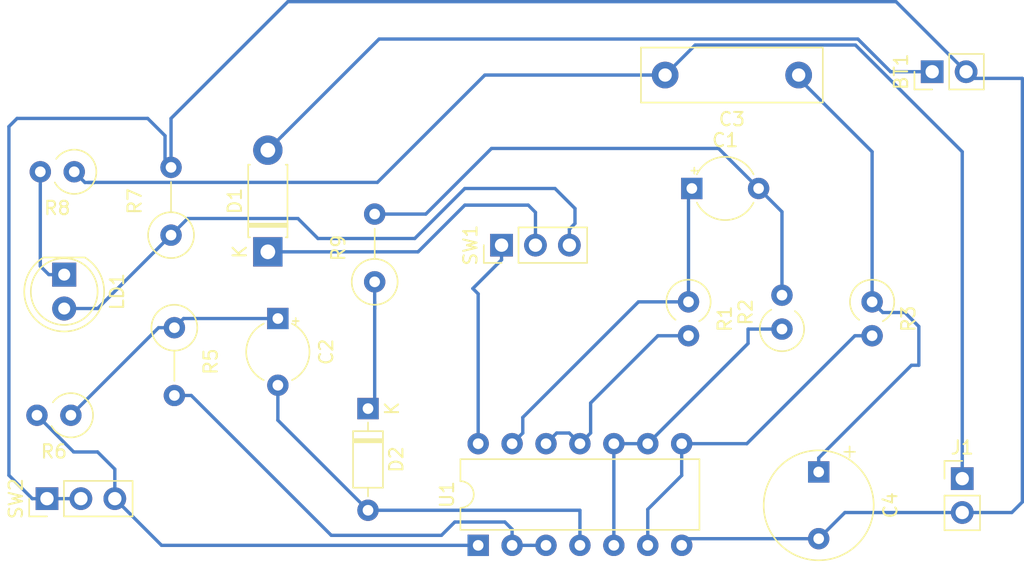
<source format=kicad_pcb>
(kicad_pcb (version 20171130) (host pcbnew "(2018-02-09 revision dba198e)-master")

  (general
    (thickness 1.6)
    (drawings 0)
    (tracks 127)
    (zones 0)
    (modules 20)
    (nets 19)
  )

  (page A4)
  (layers
    (0 F.Cu signal)
    (31 B.Cu signal)
    (32 B.Adhes user)
    (33 F.Adhes user)
    (34 B.Paste user)
    (35 F.Paste user)
    (36 B.SilkS user)
    (37 F.SilkS user)
    (38 B.Mask user)
    (39 F.Mask user)
    (40 Dwgs.User user)
    (41 Cmts.User user)
    (42 Eco1.User user)
    (43 Eco2.User user)
    (44 Edge.Cuts user)
    (45 Margin user)
    (46 B.CrtYd user)
    (47 F.CrtYd user)
    (48 B.Fab user)
    (49 F.Fab user)
  )

  (setup
    (last_trace_width 0.25)
    (trace_clearance 0.2)
    (zone_clearance 0.508)
    (zone_45_only no)
    (trace_min 0.2)
    (segment_width 0.2)
    (edge_width 0.15)
    (via_size 0.8)
    (via_drill 0.4)
    (via_min_size 0.4)
    (via_min_drill 0.3)
    (uvia_size 0.3)
    (uvia_drill 0.1)
    (uvias_allowed no)
    (uvia_min_size 0.2)
    (uvia_min_drill 0.1)
    (pcb_text_width 0.3)
    (pcb_text_size 1.5 1.5)
    (mod_edge_width 0.15)
    (mod_text_size 1 1)
    (mod_text_width 0.15)
    (pad_size 1.524 1.524)
    (pad_drill 0.762)
    (pad_to_mask_clearance 0.2)
    (aux_axis_origin 0 0)
    (visible_elements FFFFEF7F)
    (pcbplotparams
      (layerselection 0x010fc_ffffffff)
      (usegerberextensions false)
      (usegerberattributes false)
      (usegerberadvancedattributes false)
      (creategerberjobfile false)
      (excludeedgelayer true)
      (linewidth 0.100000)
      (plotframeref false)
      (viasonmask false)
      (mode 1)
      (useauxorigin false)
      (hpglpennumber 1)
      (hpglpenspeed 20)
      (hpglpendiameter 15)
      (psnegative false)
      (psa4output false)
      (plotreference true)
      (plotvalue true)
      (plotinvisibletext false)
      (padsonsilk false)
      (subtractmaskfromsilk false)
      (outputformat 1)
      (mirror false)
      (drillshape 0)
      (scaleselection 1)
      (outputdirectory ""))
  )

  (net 0 "")
  (net 1 +9V)
  (net 2 GND)
  (net 3 "Net-(C1-Pad1)")
  (net 4 "Net-(C1-Pad2)")
  (net 5 "Net-(C2-Pad2)")
  (net 6 "Net-(C2-Pad1)")
  (net 7 "Net-(C3-Pad1)")
  (net 8 "Net-(C3-Pad2)")
  (net 9 "Net-(D1-Pad1)")
  (net 10 "Net-(D2-Pad1)")
  (net 11 "Net-(LD1-Pad1)")
  (net 12 "Net-(LD1-Pad2)")
  (net 13 "Net-(R1-Pad2)")
  (net 14 "Net-(R2-Pad1)")
  (net 15 "Net-(R5-Pad2)")
  (net 16 "Net-(R6-Pad2)")
  (net 17 "Net-(SW1-Pad1)")
  (net 18 "Net-(R3-Pad2)")

  (net_class Default "This is the default net class."
    (clearance 0.2)
    (trace_width 0.25)
    (via_dia 0.8)
    (via_drill 0.4)
    (uvia_dia 0.3)
    (uvia_drill 0.1)
    (add_net +9V)
    (add_net GND)
    (add_net "Net-(C1-Pad1)")
    (add_net "Net-(C1-Pad2)")
    (add_net "Net-(C2-Pad1)")
    (add_net "Net-(C2-Pad2)")
    (add_net "Net-(C3-Pad1)")
    (add_net "Net-(C3-Pad2)")
    (add_net "Net-(D1-Pad1)")
    (add_net "Net-(D2-Pad1)")
    (add_net "Net-(LD1-Pad1)")
    (add_net "Net-(LD1-Pad2)")
    (add_net "Net-(R1-Pad2)")
    (add_net "Net-(R2-Pad1)")
    (add_net "Net-(R3-Pad2)")
    (add_net "Net-(R5-Pad2)")
    (add_net "Net-(R6-Pad2)")
    (add_net "Net-(SW1-Pad1)")
  )

  (module Connector_PinHeader_2.54mm:PinHeader_1x02_P2.54mm_Vertical (layer F.Cu) (tedit 59FED5CC) (tstamp 5AA63304)
    (at 149.75 68.5 90)
    (descr "Through hole straight pin header, 1x02, 2.54mm pitch, single row")
    (tags "Through hole pin header THT 1x02 2.54mm single row")
    (path /5A8F4226)
    (fp_text reference BT1 (at 0 -2.33 90) (layer F.SilkS)
      (effects (font (size 1 1) (thickness 0.15)))
    )
    (fp_text value Battery_Cell (at 0 4.87 90) (layer F.Fab)
      (effects (font (size 1 1) (thickness 0.15)))
    )
    (fp_line (start -0.635 -1.27) (end 1.27 -1.27) (layer F.Fab) (width 0.1))
    (fp_line (start 1.27 -1.27) (end 1.27 3.81) (layer F.Fab) (width 0.1))
    (fp_line (start 1.27 3.81) (end -1.27 3.81) (layer F.Fab) (width 0.1))
    (fp_line (start -1.27 3.81) (end -1.27 -0.635) (layer F.Fab) (width 0.1))
    (fp_line (start -1.27 -0.635) (end -0.635 -1.27) (layer F.Fab) (width 0.1))
    (fp_line (start -1.33 3.87) (end 1.33 3.87) (layer F.SilkS) (width 0.12))
    (fp_line (start -1.33 1.27) (end -1.33 3.87) (layer F.SilkS) (width 0.12))
    (fp_line (start 1.33 1.27) (end 1.33 3.87) (layer F.SilkS) (width 0.12))
    (fp_line (start -1.33 1.27) (end 1.33 1.27) (layer F.SilkS) (width 0.12))
    (fp_line (start -1.33 0) (end -1.33 -1.33) (layer F.SilkS) (width 0.12))
    (fp_line (start -1.33 -1.33) (end 0 -1.33) (layer F.SilkS) (width 0.12))
    (fp_line (start -1.8 -1.8) (end -1.8 4.35) (layer F.CrtYd) (width 0.05))
    (fp_line (start -1.8 4.35) (end 1.8 4.35) (layer F.CrtYd) (width 0.05))
    (fp_line (start 1.8 4.35) (end 1.8 -1.8) (layer F.CrtYd) (width 0.05))
    (fp_line (start 1.8 -1.8) (end -1.8 -1.8) (layer F.CrtYd) (width 0.05))
    (fp_text user %R (at 0 1.27 180) (layer F.Fab)
      (effects (font (size 1 1) (thickness 0.15)))
    )
    (pad 1 thru_hole rect (at 0 0 90) (size 1.7 1.7) (drill 1) (layers *.Cu *.Mask)
      (net 1 +9V))
    (pad 2 thru_hole oval (at 0 2.54 90) (size 1.7 1.7) (drill 1) (layers *.Cu *.Mask)
      (net 2 GND))
    (model ${KISYS3DMOD}/Connector_PinHeader_2.54mm.3dshapes/PinHeader_1x02_P2.54mm_Vertical.wrl
      (at (xyz 0 0 0))
      (scale (xyz 1 1 1))
      (rotate (xyz 0 0 0))
    )
  )

  (module Capacitor_THT:CP_Radial_Tantal_D4.5mm_P5.00mm (layer F.Cu) (tedit 5A533290) (tstamp 5AA63313)
    (at 131.75 77.25)
    (descr "CP, Radial_Tantal series, Radial, pin pitch=5.00mm, , diameter=4.5mm, Tantal Electrolytic Capacitor, http://cdn-reichelt.de/documents/datenblatt/B300/TANTAL-TB-Serie%23.pdf")
    (tags "CP Radial_Tantal series Radial pin pitch 5.00mm  diameter 4.5mm Tantal Electrolytic Capacitor")
    (path /5A8F4F3A)
    (fp_text reference C1 (at 2.5 -3.62) (layer F.SilkS)
      (effects (font (size 1 1) (thickness 0.15)))
    )
    (fp_text value C (at 2.5 3.62) (layer F.Fab)
      (effects (font (size 1 1) (thickness 0.15)))
    )
    (fp_arc (start 2.5 0) (end 0.380259 -1.06) (angle 126.864288) (layer F.SilkS) (width 0.12))
    (fp_arc (start 2.5 0) (end 0.380259 1.06) (angle -126.864288) (layer F.SilkS) (width 0.12))
    (fp_circle (center 2.5 0) (end 4.75 0) (layer F.Fab) (width 0.1))
    (fp_circle (center 2.5 0) (end 6.25 0) (layer F.CrtYd) (width 0.05))
    (fp_line (start 0.58192 -0.9775) (end 1.03192 -0.9775) (layer F.Fab) (width 0.1))
    (fp_line (start 0.80692 -1.2025) (end 0.80692 -0.7525) (layer F.Fab) (width 0.1))
    (fp_line (start -0.037288 -1.335) (end 0.412712 -1.335) (layer F.SilkS) (width 0.12))
    (fp_line (start 0.187712 -1.56) (end 0.187712 -1.11) (layer F.SilkS) (width 0.12))
    (fp_text user %R (at 3.434999 -0.0475) (layer F.Fab)
      (effects (font (size 0.9 0.9) (thickness 0.135)))
    )
    (pad 1 thru_hole rect (at 0 0) (size 1.6 1.6) (drill 0.8) (layers *.Cu *.Mask)
      (net 3 "Net-(C1-Pad1)"))
    (pad 2 thru_hole circle (at 5 0) (size 1.6 1.6) (drill 0.8) (layers *.Cu *.Mask)
      (net 4 "Net-(C1-Pad2)"))
    (model ${KISYS3DMOD}/Capacitor_THT.3dshapes/CP_Radial_Tantal_D4.5mm_P5.00mm.wrl
      (at (xyz 0 0 0))
      (scale (xyz 1 1 1))
      (rotate (xyz 0 0 0))
    )
  )

  (module Capacitor_THT:C_Rect_L13.5mm_W4.0mm_P10.00mm_FKS3_FKP3_MKS4 (layer F.Cu) (tedit 5A142A3B) (tstamp 5AA63335)
    (at 139.75 68.75 180)
    (descr "C, Rect series, Radial, pin pitch=10.00mm, length*width=13.5*4mm^2, Capacitor, http://www.wima.com/EN/WIMA_FKS_3.pdf, http://www.wima.com/EN/WIMA_MKS_4.pdf")
    (tags "C Rect series Radial pin pitch 10.00mm  length 13.5mm width 4mm Capacitor")
    (path /5A8F4F74)
    (fp_text reference C3 (at 5 -3.31 180) (layer F.SilkS)
      (effects (font (size 1 1) (thickness 0.15)))
    )
    (fp_text value C (at 5 3.31 180) (layer F.Fab)
      (effects (font (size 1 1) (thickness 0.15)))
    )
    (fp_line (start -1.75 -2) (end -1.75 2) (layer F.Fab) (width 0.1))
    (fp_line (start -1.75 2) (end 11.75 2) (layer F.Fab) (width 0.1))
    (fp_line (start 11.75 2) (end 11.75 -2) (layer F.Fab) (width 0.1))
    (fp_line (start 11.75 -2) (end -1.75 -2) (layer F.Fab) (width 0.1))
    (fp_line (start -1.81 -2.06) (end 11.81 -2.06) (layer F.SilkS) (width 0.12))
    (fp_line (start -1.81 2.06) (end 11.81 2.06) (layer F.SilkS) (width 0.12))
    (fp_line (start -1.81 -2.06) (end -1.81 2.06) (layer F.SilkS) (width 0.12))
    (fp_line (start 11.81 -2.06) (end 11.81 2.06) (layer F.SilkS) (width 0.12))
    (fp_line (start -2.1 -2.35) (end -2.1 2.35) (layer F.CrtYd) (width 0.05))
    (fp_line (start -2.1 2.35) (end 12.1 2.35) (layer F.CrtYd) (width 0.05))
    (fp_line (start 12.1 2.35) (end 12.1 -2.35) (layer F.CrtYd) (width 0.05))
    (fp_line (start 12.1 -2.35) (end -2.1 -2.35) (layer F.CrtYd) (width 0.05))
    (fp_text user %R (at 4.5 0.25 180) (layer F.Fab)
      (effects (font (size 1 1) (thickness 0.15)))
    )
    (pad 1 thru_hole circle (at 0 0 180) (size 2 2) (drill 1) (layers *.Cu *.Mask)
      (net 7 "Net-(C3-Pad1)"))
    (pad 2 thru_hole circle (at 10 0 180) (size 2 2) (drill 1) (layers *.Cu *.Mask)
      (net 8 "Net-(C3-Pad2)"))
    (model ${KISYS3DMOD}/Capacitor_THT.3dshapes/C_Rect_L13.5mm_W4.0mm_P10.00mm_FKS3_FKP3_MKS4.wrl
      (at (xyz 0 0 0))
      (scale (xyz 1 1 1))
      (rotate (xyz 0 0 0))
    )
  )

  (module Capacitor_THT:CP_Radial_Tantal_D8.0mm_P5.00mm (layer F.Cu) (tedit 5A533290) (tstamp 5AC6AE79)
    (at 141.25 98.5 270)
    (descr "CP, Radial_Tantal series, Radial, pin pitch=5.00mm, , diameter=8.0mm, Tantal Electrolytic Capacitor, http://cdn-reichelt.de/documents/datenblatt/B300/TANTAL-TB-Serie%23.pdf")
    (tags "CP Radial_Tantal series Radial pin pitch 5.00mm  diameter 8.0mm Tantal Electrolytic Capacitor")
    (path /5A8F503A)
    (fp_text reference C4 (at 2.5 -5.37 270) (layer F.SilkS)
      (effects (font (size 1 1) (thickness 0.15)))
    )
    (fp_text value C (at 2.5 5.37 270) (layer F.Fab)
      (effects (font (size 1 1) (thickness 0.15)))
    )
    (fp_circle (center 2.5 0) (end 6.5 0) (layer F.Fab) (width 0.1))
    (fp_circle (center 2.5 0) (end 6.62 0) (layer F.SilkS) (width 0.12))
    (fp_circle (center 2.5 0) (end 6.75 0) (layer F.CrtYd) (width 0.05))
    (fp_line (start -0.926759 -1.7475) (end -0.126759 -1.7475) (layer F.Fab) (width 0.1))
    (fp_line (start -0.526759 -2.1475) (end -0.526759 -1.3475) (layer F.Fab) (width 0.1))
    (fp_line (start -1.909698 -2.315) (end -1.109698 -2.315) (layer F.SilkS) (width 0.12))
    (fp_line (start -1.509698 -2.715) (end -1.509698 -1.915) (layer F.SilkS) (width 0.12))
    (fp_text user %R (at 2.5 0 270) (layer F.Fab)
      (effects (font (size 1 1) (thickness 0.15)))
    )
    (pad 1 thru_hole rect (at 0 0 270) (size 1.6 1.6) (drill 0.8) (layers *.Cu *.Mask)
      (net 7 "Net-(C3-Pad1)"))
    (pad 2 thru_hole circle (at 5 0 270) (size 1.6 1.6) (drill 0.8) (layers *.Cu *.Mask)
      (net 2 GND))
    (model ${KISYS3DMOD}/Capacitor_THT.3dshapes/CP_Radial_Tantal_D8.0mm_P5.00mm.wrl
      (at (xyz 0 0 0))
      (scale (xyz 1 1 1))
      (rotate (xyz 0 0 0))
    )
  )

  (module Diode_THT:D_DO-41_SOD81_P7.62mm_Horizontal (layer F.Cu) (tedit 5A195B5A) (tstamp 5AA63362)
    (at 100 82 90)
    (descr "D, DO-41_SOD81 series, Axial, Horizontal, pin pitch=7.62mm, , length*diameter=5.2*2.7mm^2, , http://www.diodes.com/_files/packages/DO-41%20(Plastic).pdf")
    (tags "D DO-41_SOD81 series Axial Horizontal pin pitch 7.62mm  length 5.2mm diameter 2.7mm")
    (path /5A8F493D)
    (fp_text reference D1 (at 3.81 -2.47 90) (layer F.SilkS)
      (effects (font (size 1 1) (thickness 0.15)))
    )
    (fp_text value 1N4001 (at 3.81 2.47 90) (layer F.Fab)
      (effects (font (size 1 1) (thickness 0.15)))
    )
    (fp_line (start 1.21 -1.35) (end 1.21 1.35) (layer F.Fab) (width 0.1))
    (fp_line (start 1.21 1.35) (end 6.41 1.35) (layer F.Fab) (width 0.1))
    (fp_line (start 6.41 1.35) (end 6.41 -1.35) (layer F.Fab) (width 0.1))
    (fp_line (start 6.41 -1.35) (end 1.21 -1.35) (layer F.Fab) (width 0.1))
    (fp_line (start 0 0) (end 1.21 0) (layer F.Fab) (width 0.1))
    (fp_line (start 7.62 0) (end 6.41 0) (layer F.Fab) (width 0.1))
    (fp_line (start 1.99 -1.35) (end 1.99 1.35) (layer F.Fab) (width 0.1))
    (fp_line (start 2.09 -1.35) (end 2.09 1.35) (layer F.Fab) (width 0.1))
    (fp_line (start 1.89 -1.35) (end 1.89 1.35) (layer F.Fab) (width 0.1))
    (fp_line (start 1.09 -1.34) (end 1.09 -1.47) (layer F.SilkS) (width 0.12))
    (fp_line (start 1.09 -1.47) (end 6.53 -1.47) (layer F.SilkS) (width 0.12))
    (fp_line (start 6.53 -1.47) (end 6.53 -1.34) (layer F.SilkS) (width 0.12))
    (fp_line (start 1.09 1.34) (end 1.09 1.47) (layer F.SilkS) (width 0.12))
    (fp_line (start 1.09 1.47) (end 6.53 1.47) (layer F.SilkS) (width 0.12))
    (fp_line (start 6.53 1.47) (end 6.53 1.34) (layer F.SilkS) (width 0.12))
    (fp_line (start 1.99 -1.47) (end 1.99 1.47) (layer F.SilkS) (width 0.12))
    (fp_line (start 2.11 -1.47) (end 2.11 1.47) (layer F.SilkS) (width 0.12))
    (fp_line (start 1.87 -1.47) (end 1.87 1.47) (layer F.SilkS) (width 0.12))
    (fp_line (start -1.35 -1.75) (end -1.35 1.75) (layer F.CrtYd) (width 0.05))
    (fp_line (start -1.35 1.75) (end 9 1.75) (layer F.CrtYd) (width 0.05))
    (fp_line (start 9 1.75) (end 9 -1.75) (layer F.CrtYd) (width 0.05))
    (fp_line (start 9 -1.75) (end -1.35 -1.75) (layer F.CrtYd) (width 0.05))
    (fp_text user %R (at 4.2 0 90) (layer F.Fab)
      (effects (font (size 1 1) (thickness 0.15)))
    )
    (fp_text user K (at 0 -2.1 90) (layer F.Fab)
      (effects (font (size 1 1) (thickness 0.15)))
    )
    (fp_text user K (at 0 -2.1 90) (layer F.SilkS)
      (effects (font (size 1 1) (thickness 0.15)))
    )
    (pad 1 thru_hole rect (at 0 0 90) (size 2.2 2.2) (drill 1.1) (layers *.Cu *.Mask)
      (net 9 "Net-(D1-Pad1)"))
    (pad 2 thru_hole oval (at 7.62 0 90) (size 2.2 2.2) (drill 1.1) (layers *.Cu *.Mask)
      (net 1 +9V))
    (model ${KISYS3DMOD}/Diode_THT.3dshapes/D_DO-41_SOD81_P7.62mm_Horizontal.wrl
      (at (xyz 0 0 0))
      (scale (xyz 1 1 1))
      (rotate (xyz 0 0 0))
    )
  )

  (module Diode_THT:D_DO-35_SOD27_P7.62mm_Horizontal (layer F.Cu) (tedit 5A195B5A) (tstamp 5AA63381)
    (at 107.5 93.75 270)
    (descr "D, DO-35_SOD27 series, Axial, Horizontal, pin pitch=7.62mm, , length*diameter=4*2mm^2, , http://www.diodes.com/_files/packages/DO-35.pdf")
    (tags "D DO-35_SOD27 series Axial Horizontal pin pitch 7.62mm  length 4mm diameter 2mm")
    (path /5A8F4890)
    (fp_text reference D2 (at 3.81 -2.12 270) (layer F.SilkS)
      (effects (font (size 1 1) (thickness 0.15)))
    )
    (fp_text value 1N4148 (at 3.81 2.12 270) (layer F.Fab)
      (effects (font (size 1 1) (thickness 0.15)))
    )
    (fp_line (start 1.81 -1) (end 1.81 1) (layer F.Fab) (width 0.1))
    (fp_line (start 1.81 1) (end 5.81 1) (layer F.Fab) (width 0.1))
    (fp_line (start 5.81 1) (end 5.81 -1) (layer F.Fab) (width 0.1))
    (fp_line (start 5.81 -1) (end 1.81 -1) (layer F.Fab) (width 0.1))
    (fp_line (start 0 0) (end 1.81 0) (layer F.Fab) (width 0.1))
    (fp_line (start 7.62 0) (end 5.81 0) (layer F.Fab) (width 0.1))
    (fp_line (start 2.41 -1) (end 2.41 1) (layer F.Fab) (width 0.1))
    (fp_line (start 2.51 -1) (end 2.51 1) (layer F.Fab) (width 0.1))
    (fp_line (start 2.31 -1) (end 2.31 1) (layer F.Fab) (width 0.1))
    (fp_line (start 1.69 -1.12) (end 1.69 1.12) (layer F.SilkS) (width 0.12))
    (fp_line (start 1.69 1.12) (end 5.93 1.12) (layer F.SilkS) (width 0.12))
    (fp_line (start 5.93 1.12) (end 5.93 -1.12) (layer F.SilkS) (width 0.12))
    (fp_line (start 5.93 -1.12) (end 1.69 -1.12) (layer F.SilkS) (width 0.12))
    (fp_line (start 1.04 0) (end 1.69 0) (layer F.SilkS) (width 0.12))
    (fp_line (start 6.58 0) (end 5.93 0) (layer F.SilkS) (width 0.12))
    (fp_line (start 2.41 -1.12) (end 2.41 1.12) (layer F.SilkS) (width 0.12))
    (fp_line (start 2.53 -1.12) (end 2.53 1.12) (layer F.SilkS) (width 0.12))
    (fp_line (start 2.29 -1.12) (end 2.29 1.12) (layer F.SilkS) (width 0.12))
    (fp_line (start -1.05 -1.4) (end -1.05 1.4) (layer F.CrtYd) (width 0.05))
    (fp_line (start -1.05 1.4) (end 8.7 1.4) (layer F.CrtYd) (width 0.05))
    (fp_line (start 8.7 1.4) (end 8.7 -1.4) (layer F.CrtYd) (width 0.05))
    (fp_line (start 8.7 -1.4) (end -1.05 -1.4) (layer F.CrtYd) (width 0.05))
    (fp_text user %R (at 3.084999 0 270) (layer F.Fab)
      (effects (font (size 0.8 0.8) (thickness 0.12)))
    )
    (fp_text user K (at 0 -1.8 270) (layer F.Fab)
      (effects (font (size 1 1) (thickness 0.15)))
    )
    (fp_text user K (at 0 -1.8 270) (layer F.SilkS)
      (effects (font (size 1 1) (thickness 0.15)))
    )
    (pad 1 thru_hole rect (at 0 0 270) (size 1.6 1.6) (drill 0.8) (layers *.Cu *.Mask)
      (net 10 "Net-(D2-Pad1)"))
    (pad 2 thru_hole oval (at 7.62 0 270) (size 1.6 1.6) (drill 0.8) (layers *.Cu *.Mask)
      (net 5 "Net-(C2-Pad2)"))
    (model ${KISYS3DMOD}/Diode_THT.3dshapes/D_DO-35_SOD27_P7.62mm_Horizontal.wrl
      (at (xyz 0 0 0))
      (scale (xyz 1 1 1))
      (rotate (xyz 0 0 0))
    )
  )

  (module Connector_PinHeader_2.54mm:PinHeader_1x02_P2.54mm_Vertical (layer F.Cu) (tedit 59FED5CC) (tstamp 5AC6AF4C)
    (at 152 99)
    (descr "Through hole straight pin header, 1x02, 2.54mm pitch, single row")
    (tags "Through hole pin header THT 1x02 2.54mm single row")
    (path /5A8F4785)
    (fp_text reference J1 (at 0 -2.33) (layer F.SilkS)
      (effects (font (size 1 1) (thickness 0.15)))
    )
    (fp_text value OUTPUT (at 0 4.87) (layer F.Fab)
      (effects (font (size 1 1) (thickness 0.15)))
    )
    (fp_text user %R (at 0 1.27 90) (layer F.Fab)
      (effects (font (size 1 1) (thickness 0.15)))
    )
    (fp_line (start 1.8 -1.8) (end -1.8 -1.8) (layer F.CrtYd) (width 0.05))
    (fp_line (start 1.8 4.35) (end 1.8 -1.8) (layer F.CrtYd) (width 0.05))
    (fp_line (start -1.8 4.35) (end 1.8 4.35) (layer F.CrtYd) (width 0.05))
    (fp_line (start -1.8 -1.8) (end -1.8 4.35) (layer F.CrtYd) (width 0.05))
    (fp_line (start -1.33 -1.33) (end 0 -1.33) (layer F.SilkS) (width 0.12))
    (fp_line (start -1.33 0) (end -1.33 -1.33) (layer F.SilkS) (width 0.12))
    (fp_line (start -1.33 1.27) (end 1.33 1.27) (layer F.SilkS) (width 0.12))
    (fp_line (start 1.33 1.27) (end 1.33 3.87) (layer F.SilkS) (width 0.12))
    (fp_line (start -1.33 1.27) (end -1.33 3.87) (layer F.SilkS) (width 0.12))
    (fp_line (start -1.33 3.87) (end 1.33 3.87) (layer F.SilkS) (width 0.12))
    (fp_line (start -1.27 -0.635) (end -0.635 -1.27) (layer F.Fab) (width 0.1))
    (fp_line (start -1.27 3.81) (end -1.27 -0.635) (layer F.Fab) (width 0.1))
    (fp_line (start 1.27 3.81) (end -1.27 3.81) (layer F.Fab) (width 0.1))
    (fp_line (start 1.27 -1.27) (end 1.27 3.81) (layer F.Fab) (width 0.1))
    (fp_line (start -0.635 -1.27) (end 1.27 -1.27) (layer F.Fab) (width 0.1))
    (pad 2 thru_hole oval (at 0 2.54) (size 1.7 1.7) (drill 1) (layers *.Cu *.Mask)
      (net 2 GND))
    (pad 1 thru_hole rect (at 0 0) (size 1.7 1.7) (drill 1) (layers *.Cu *.Mask)
      (net 8 "Net-(C3-Pad2)"))
    (model ${KISYS3DMOD}/Connector_PinHeader_2.54mm.3dshapes/PinHeader_1x02_P2.54mm_Vertical.wrl
      (at (xyz 0 0 0))
      (scale (xyz 1 1 1))
      (rotate (xyz 0 0 0))
    )
  )

  (module LED_THT:LED_D5.0mm_Clear (layer F.Cu) (tedit 5A6C9BC0) (tstamp 5AC6AF00)
    (at 84.75 83.71 270)
    (descr "LED, diameter 5.0mm, 2 pins, http://cdn-reichelt.de/documents/datenblatt/A500/LL-504BC2E-009.pdf")
    (tags "LED diameter 5.0mm 2 pins")
    (path /5A8F4A58)
    (fp_text reference LD1 (at 1.27 -3.96 270) (layer F.SilkS)
      (effects (font (size 1 1) (thickness 0.15)))
    )
    (fp_text value LED_Dual_2pin (at 1.27 3.96 270) (layer F.Fab)
      (effects (font (size 1 1) (thickness 0.15)))
    )
    (fp_text user %R (at 1.25 0 270) (layer F.Fab)
      (effects (font (size 0.8 0.8) (thickness 0.2)))
    )
    (fp_line (start -1.23 -1.469694) (end -1.23 1.469694) (layer F.Fab) (width 0.1))
    (fp_line (start -1.29 -1.545) (end -1.29 1.545) (layer F.SilkS) (width 0.12))
    (fp_line (start -1.95 -3.25) (end -1.95 3.25) (layer F.CrtYd) (width 0.05))
    (fp_line (start -1.95 3.25) (end 4.5 3.25) (layer F.CrtYd) (width 0.05))
    (fp_line (start 4.5 3.25) (end 4.5 -3.25) (layer F.CrtYd) (width 0.05))
    (fp_line (start 4.5 -3.25) (end -1.95 -3.25) (layer F.CrtYd) (width 0.05))
    (fp_circle (center 1.27 0) (end 3.77 0) (layer F.Fab) (width 0.1))
    (fp_circle (center 1.27 0) (end 3.77 0) (layer F.SilkS) (width 0.12))
    (fp_arc (start 1.27 0) (end -1.23 -1.469694) (angle 299.1) (layer F.Fab) (width 0.1))
    (fp_arc (start 1.27 0) (end -1.29 -1.54483) (angle 148.9) (layer F.SilkS) (width 0.12))
    (fp_arc (start 1.27 0) (end -1.29 1.54483) (angle -148.9) (layer F.SilkS) (width 0.12))
    (pad 1 thru_hole rect (at 0 0 270) (size 1.8 1.8) (drill 0.9) (layers *.Cu *.Mask)
      (net 11 "Net-(LD1-Pad1)"))
    (pad 2 thru_hole circle (at 2.54 0 270) (size 1.8 1.8) (drill 0.9) (layers *.Cu *.Mask)
      (net 12 "Net-(LD1-Pad2)"))
    (model ${KISYS3DMOD}/LED_THT.3dshapes/LED_D5.0mm_Clear.wrl
      (at (xyz 0 0 0))
      (scale (xyz 1 1 1))
      (rotate (xyz 0 0 0))
    )
  )

  (module Resistor_THT:R_Axial_DIN0309_L9.0mm_D3.2mm_P2.54mm_Vertical (layer F.Cu) (tedit 5A24F4B6) (tstamp 5AA633B7)
    (at 131.5 85.75 270)
    (descr "Resistor, Axial_DIN0309 series, Axial, Vertical, pin pitch=2.54mm, 0.5W = 1/2W, length*diameter=9*3.2mm^2, http://cdn-reichelt.de/documents/datenblatt/B400/1_4W%23YAG.pdf")
    (tags "Resistor Axial_DIN0309 series Axial Vertical pin pitch 2.54mm 0.5W = 1/2W length 9mm diameter 3.2mm")
    (path /5A8F4D1E)
    (fp_text reference R1 (at 1.27 -2.72 270) (layer F.SilkS)
      (effects (font (size 1 1) (thickness 0.15)))
    )
    (fp_text value R (at 1.27 2.72 270) (layer F.Fab)
      (effects (font (size 1 1) (thickness 0.15)))
    )
    (fp_arc (start 0 0) (end 1.453272 -0.8) (angle -295.326041) (layer F.SilkS) (width 0.12))
    (fp_circle (center 0 0) (end 1.6 0) (layer F.Fab) (width 0.1))
    (fp_line (start 0 0) (end 2.54 0) (layer F.Fab) (width 0.1))
    (fp_line (start -2 -2) (end -2 2) (layer F.CrtYd) (width 0.05))
    (fp_line (start -2 2) (end 3.75 2) (layer F.CrtYd) (width 0.05))
    (fp_line (start 3.75 2) (end 3.75 -2) (layer F.CrtYd) (width 0.05))
    (fp_line (start 3.75 -2) (end -2 -2) (layer F.CrtYd) (width 0.05))
    (fp_text user %R (at 1.27 -2.72 270) (layer F.Fab)
      (effects (font (size 1 1) (thickness 0.15)))
    )
    (pad 1 thru_hole circle (at 0 0 270) (size 1.6 1.6) (drill 0.8) (layers *.Cu *.Mask)
      (net 3 "Net-(C1-Pad1)"))
    (pad 2 thru_hole oval (at 2.54 0 270) (size 1.6 1.6) (drill 0.8) (layers *.Cu *.Mask)
      (net 13 "Net-(R1-Pad2)"))
    (model ${KISYS3DMOD}/Resistor_THT.3dshapes/R_Axial_DIN0309_L9.0mm_D3.2mm_P2.54mm_Vertical.wrl
      (at (xyz 0 0 0))
      (scale (xyz 1 1 1))
      (rotate (xyz 0 0 0))
    )
  )

  (module Resistor_THT:R_Axial_DIN0309_L9.0mm_D3.2mm_P2.54mm_Vertical (layer F.Cu) (tedit 5A24F4B6) (tstamp 5AA633C5)
    (at 138.5 87.79 90)
    (descr "Resistor, Axial_DIN0309 series, Axial, Vertical, pin pitch=2.54mm, 0.5W = 1/2W, length*diameter=9*3.2mm^2, http://cdn-reichelt.de/documents/datenblatt/B400/1_4W%23YAG.pdf")
    (tags "Resistor Axial_DIN0309 series Axial Vertical pin pitch 2.54mm 0.5W = 1/2W length 9mm diameter 3.2mm")
    (path /5A8F4D6A)
    (fp_text reference R2 (at 1.27 -2.72 90) (layer F.SilkS)
      (effects (font (size 1 1) (thickness 0.15)))
    )
    (fp_text value R (at 1.27 2.72 90) (layer F.Fab)
      (effects (font (size 1 1) (thickness 0.15)))
    )
    (fp_text user %R (at 1.27 -2.72 90) (layer F.Fab)
      (effects (font (size 1 1) (thickness 0.15)))
    )
    (fp_line (start 3.75 -2) (end -2 -2) (layer F.CrtYd) (width 0.05))
    (fp_line (start 3.75 2) (end 3.75 -2) (layer F.CrtYd) (width 0.05))
    (fp_line (start -2 2) (end 3.75 2) (layer F.CrtYd) (width 0.05))
    (fp_line (start -2 -2) (end -2 2) (layer F.CrtYd) (width 0.05))
    (fp_line (start 0 0) (end 2.54 0) (layer F.Fab) (width 0.1))
    (fp_circle (center 0 0) (end 1.6 0) (layer F.Fab) (width 0.1))
    (fp_arc (start 0 0) (end 1.453272 -0.8) (angle -295.326041) (layer F.SilkS) (width 0.12))
    (pad 2 thru_hole oval (at 2.54 0 90) (size 1.6 1.6) (drill 0.8) (layers *.Cu *.Mask)
      (net 4 "Net-(C1-Pad2)"))
    (pad 1 thru_hole circle (at 0 0 90) (size 1.6 1.6) (drill 0.8) (layers *.Cu *.Mask)
      (net 14 "Net-(R2-Pad1)"))
    (model ${KISYS3DMOD}/Resistor_THT.3dshapes/R_Axial_DIN0309_L9.0mm_D3.2mm_P2.54mm_Vertical.wrl
      (at (xyz 0 0 0))
      (scale (xyz 1 1 1))
      (rotate (xyz 0 0 0))
    )
  )

  (module Resistor_THT:R_Axial_DIN0309_L9.0mm_D3.2mm_P2.54mm_Vertical (layer F.Cu) (tedit 5A24F4B6) (tstamp 5AA633D3)
    (at 145.25 85.75 270)
    (descr "Resistor, Axial_DIN0309 series, Axial, Vertical, pin pitch=2.54mm, 0.5W = 1/2W, length*diameter=9*3.2mm^2, http://cdn-reichelt.de/documents/datenblatt/B400/1_4W%23YAG.pdf")
    (tags "Resistor Axial_DIN0309 series Axial Vertical pin pitch 2.54mm 0.5W = 1/2W length 9mm diameter 3.2mm")
    (path /5A8F4CCD)
    (fp_text reference R3 (at 1.27 -2.72 270) (layer F.SilkS)
      (effects (font (size 1 1) (thickness 0.15)))
    )
    (fp_text value R (at 1.27 2.72 270) (layer F.Fab)
      (effects (font (size 1 1) (thickness 0.15)))
    )
    (fp_text user %R (at 1.27 -2.72 270) (layer F.Fab)
      (effects (font (size 1 1) (thickness 0.15)))
    )
    (fp_line (start 3.75 -2) (end -2 -2) (layer F.CrtYd) (width 0.05))
    (fp_line (start 3.75 2) (end 3.75 -2) (layer F.CrtYd) (width 0.05))
    (fp_line (start -2 2) (end 3.75 2) (layer F.CrtYd) (width 0.05))
    (fp_line (start -2 -2) (end -2 2) (layer F.CrtYd) (width 0.05))
    (fp_line (start 0 0) (end 2.54 0) (layer F.Fab) (width 0.1))
    (fp_circle (center 0 0) (end 1.6 0) (layer F.Fab) (width 0.1))
    (fp_arc (start 0 0) (end 1.453272 -0.8) (angle -295.326041) (layer F.SilkS) (width 0.12))
    (pad 2 thru_hole oval (at 2.54 0 270) (size 1.6 1.6) (drill 0.8) (layers *.Cu *.Mask)
      (net 18 "Net-(R3-Pad2)"))
    (pad 1 thru_hole circle (at 0 0 270) (size 1.6 1.6) (drill 0.8) (layers *.Cu *.Mask)
      (net 7 "Net-(C3-Pad1)"))
    (model ${KISYS3DMOD}/Resistor_THT.3dshapes/R_Axial_DIN0309_L9.0mm_D3.2mm_P2.54mm_Vertical.wrl
      (at (xyz 0 0 0))
      (scale (xyz 1 1 1))
      (rotate (xyz 0 0 0))
    )
  )

  (module Resistor_THT:R_Axial_DIN0309_L9.0mm_D3.2mm_P5.08mm_Vertical (layer F.Cu) (tedit 5A24F4B6) (tstamp 5AA633E2)
    (at 93 87.6875 270)
    (descr "Resistor, Axial_DIN0309 series, Axial, Vertical, pin pitch=5.08mm, 0.5W = 1/2W, length*diameter=9*3.2mm^2, http://cdn-reichelt.de/documents/datenblatt/B400/1_4W%23YAG.pdf")
    (tags "Resistor Axial_DIN0309 series Axial Vertical pin pitch 5.08mm 0.5W = 1/2W length 9mm diameter 3.2mm")
    (path /5A8F4E60)
    (fp_text reference R5 (at 2.54 -2.72 270) (layer F.SilkS)
      (effects (font (size 1 1) (thickness 0.15)))
    )
    (fp_text value R (at 2.54 2.72 270) (layer F.Fab)
      (effects (font (size 1 1) (thickness 0.15)))
    )
    (fp_circle (center 0 0) (end 1.6 0) (layer F.Fab) (width 0.1))
    (fp_circle (center 0 0) (end 1.72 0) (layer F.SilkS) (width 0.12))
    (fp_line (start 0 0) (end 5.08 0) (layer F.Fab) (width 0.1))
    (fp_line (start 1.72 0) (end 3.98 0) (layer F.SilkS) (width 0.12))
    (fp_line (start -2 -2) (end -2 2) (layer F.CrtYd) (width 0.05))
    (fp_line (start -2 2) (end 6.25 2) (layer F.CrtYd) (width 0.05))
    (fp_line (start 6.25 2) (end 6.25 -2) (layer F.CrtYd) (width 0.05))
    (fp_line (start 6.25 -2) (end -2 -2) (layer F.CrtYd) (width 0.05))
    (fp_text user %R (at 2.54 -2.72 270) (layer F.Fab)
      (effects (font (size 1 1) (thickness 0.15)))
    )
    (pad 1 thru_hole circle (at 0 0 270) (size 1.6 1.6) (drill 0.8) (layers *.Cu *.Mask)
      (net 6 "Net-(C2-Pad1)"))
    (pad 2 thru_hole oval (at 5.08 0 270) (size 1.6 1.6) (drill 0.8) (layers *.Cu *.Mask)
      (net 15 "Net-(R5-Pad2)"))
    (model ${KISYS3DMOD}/Resistor_THT.3dshapes/R_Axial_DIN0309_L9.0mm_D3.2mm_P5.08mm_Vertical.wrl
      (at (xyz 0 0 0))
      (scale (xyz 1 1 1))
      (rotate (xyz 0 0 0))
    )
  )

  (module Resistor_THT:R_Axial_DIN0309_L9.0mm_D3.2mm_P2.54mm_Vertical (layer F.Cu) (tedit 5A24F4B6) (tstamp 5AA633F0)
    (at 85.25 94.25 180)
    (descr "Resistor, Axial_DIN0309 series, Axial, Vertical, pin pitch=2.54mm, 0.5W = 1/2W, length*diameter=9*3.2mm^2, http://cdn-reichelt.de/documents/datenblatt/B400/1_4W%23YAG.pdf")
    (tags "Resistor Axial_DIN0309 series Axial Vertical pin pitch 2.54mm 0.5W = 1/2W length 9mm diameter 3.2mm")
    (path /5A8F4E0B)
    (fp_text reference R6 (at 1.27 -2.72 180) (layer F.SilkS)
      (effects (font (size 1 1) (thickness 0.15)))
    )
    (fp_text value R (at 1.27 2.72 180) (layer F.Fab)
      (effects (font (size 1 1) (thickness 0.15)))
    )
    (fp_arc (start 0 0) (end 1.453272 -0.8) (angle -295.326041) (layer F.SilkS) (width 0.12))
    (fp_circle (center 0 0) (end 1.6 0) (layer F.Fab) (width 0.1))
    (fp_line (start 0 0) (end 2.54 0) (layer F.Fab) (width 0.1))
    (fp_line (start -2 -2) (end -2 2) (layer F.CrtYd) (width 0.05))
    (fp_line (start -2 2) (end 3.75 2) (layer F.CrtYd) (width 0.05))
    (fp_line (start 3.75 2) (end 3.75 -2) (layer F.CrtYd) (width 0.05))
    (fp_line (start 3.75 -2) (end -2 -2) (layer F.CrtYd) (width 0.05))
    (fp_text user %R (at 1.27 -2.72 180) (layer F.Fab)
      (effects (font (size 1 1) (thickness 0.15)))
    )
    (pad 1 thru_hole circle (at 0 0 180) (size 1.6 1.6) (drill 0.8) (layers *.Cu *.Mask)
      (net 6 "Net-(C2-Pad1)"))
    (pad 2 thru_hole oval (at 2.54 0 180) (size 1.6 1.6) (drill 0.8) (layers *.Cu *.Mask)
      (net 16 "Net-(R6-Pad2)"))
    (model ${KISYS3DMOD}/Resistor_THT.3dshapes/R_Axial_DIN0309_L9.0mm_D3.2mm_P2.54mm_Vertical.wrl
      (at (xyz 0 0 0))
      (scale (xyz 1 1 1))
      (rotate (xyz 0 0 0))
    )
  )

  (module Resistor_THT:R_Axial_DIN0309_L9.0mm_D3.2mm_P5.08mm_Vertical (layer F.Cu) (tedit 5A24F4B6) (tstamp 5AA633FF)
    (at 92.75 80.75 90)
    (descr "Resistor, Axial_DIN0309 series, Axial, Vertical, pin pitch=5.08mm, 0.5W = 1/2W, length*diameter=9*3.2mm^2, http://cdn-reichelt.de/documents/datenblatt/B400/1_4W%23YAG.pdf")
    (tags "Resistor Axial_DIN0309 series Axial Vertical pin pitch 5.08mm 0.5W = 1/2W length 9mm diameter 3.2mm")
    (path /5A8F4AFD)
    (fp_text reference R7 (at 2.54 -2.72 90) (layer F.SilkS)
      (effects (font (size 1 1) (thickness 0.15)))
    )
    (fp_text value R (at 2.54 2.72 90) (layer F.Fab)
      (effects (font (size 1 1) (thickness 0.15)))
    )
    (fp_text user %R (at 2.54 -2.72 90) (layer F.Fab)
      (effects (font (size 1 1) (thickness 0.15)))
    )
    (fp_line (start 6.25 -2) (end -2 -2) (layer F.CrtYd) (width 0.05))
    (fp_line (start 6.25 2) (end 6.25 -2) (layer F.CrtYd) (width 0.05))
    (fp_line (start -2 2) (end 6.25 2) (layer F.CrtYd) (width 0.05))
    (fp_line (start -2 -2) (end -2 2) (layer F.CrtYd) (width 0.05))
    (fp_line (start 1.72 0) (end 3.98 0) (layer F.SilkS) (width 0.12))
    (fp_line (start 0 0) (end 5.08 0) (layer F.Fab) (width 0.1))
    (fp_circle (center 0 0) (end 1.72 0) (layer F.SilkS) (width 0.12))
    (fp_circle (center 0 0) (end 1.6 0) (layer F.Fab) (width 0.1))
    (pad 2 thru_hole oval (at 5.08 0 90) (size 1.6 1.6) (drill 0.8) (layers *.Cu *.Mask)
      (net 2 GND))
    (pad 1 thru_hole circle (at 0 0 90) (size 1.6 1.6) (drill 0.8) (layers *.Cu *.Mask)
      (net 12 "Net-(LD1-Pad2)"))
    (model ${KISYS3DMOD}/Resistor_THT.3dshapes/R_Axial_DIN0309_L9.0mm_D3.2mm_P5.08mm_Vertical.wrl
      (at (xyz 0 0 0))
      (scale (xyz 1 1 1))
      (rotate (xyz 0 0 0))
    )
  )

  (module Resistor_THT:R_Axial_DIN0309_L9.0mm_D3.2mm_P2.54mm_Vertical (layer F.Cu) (tedit 5A24F4B6) (tstamp 5AA6340D)
    (at 85.5 76 180)
    (descr "Resistor, Axial_DIN0309 series, Axial, Vertical, pin pitch=2.54mm, 0.5W = 1/2W, length*diameter=9*3.2mm^2, http://cdn-reichelt.de/documents/datenblatt/B400/1_4W%23YAG.pdf")
    (tags "Resistor Axial_DIN0309 series Axial Vertical pin pitch 2.54mm 0.5W = 1/2W length 9mm diameter 3.2mm")
    (path /5A8F4AD5)
    (fp_text reference R8 (at 1.27 -2.72 180) (layer F.SilkS)
      (effects (font (size 1 1) (thickness 0.15)))
    )
    (fp_text value R (at 1.27 2.72 180) (layer F.Fab)
      (effects (font (size 1 1) (thickness 0.15)))
    )
    (fp_arc (start 0 0) (end 1.453272 -0.8) (angle -295.326041) (layer F.SilkS) (width 0.12))
    (fp_circle (center 0 0) (end 1.6 0) (layer F.Fab) (width 0.1))
    (fp_line (start 0 0) (end 2.54 0) (layer F.Fab) (width 0.1))
    (fp_line (start -2 -2) (end -2 2) (layer F.CrtYd) (width 0.05))
    (fp_line (start -2 2) (end 3.75 2) (layer F.CrtYd) (width 0.05))
    (fp_line (start 3.75 2) (end 3.75 -2) (layer F.CrtYd) (width 0.05))
    (fp_line (start 3.75 -2) (end -2 -2) (layer F.CrtYd) (width 0.05))
    (fp_text user %R (at 1.27 -2.72 180) (layer F.Fab)
      (effects (font (size 1 1) (thickness 0.15)))
    )
    (pad 1 thru_hole circle (at 0 0 180) (size 1.6 1.6) (drill 0.8) (layers *.Cu *.Mask)
      (net 8 "Net-(C3-Pad2)"))
    (pad 2 thru_hole oval (at 2.54 0 180) (size 1.6 1.6) (drill 0.8) (layers *.Cu *.Mask)
      (net 11 "Net-(LD1-Pad1)"))
    (model ${KISYS3DMOD}/Resistor_THT.3dshapes/R_Axial_DIN0309_L9.0mm_D3.2mm_P2.54mm_Vertical.wrl
      (at (xyz 0 0 0))
      (scale (xyz 1 1 1))
      (rotate (xyz 0 0 0))
    )
  )

  (module Resistor_THT:R_Axial_DIN0309_L9.0mm_D3.2mm_P5.08mm_Vertical (layer F.Cu) (tedit 5A24F4B6) (tstamp 5AA6341C)
    (at 108 84.25 90)
    (descr "Resistor, Axial_DIN0309 series, Axial, Vertical, pin pitch=5.08mm, 0.5W = 1/2W, length*diameter=9*3.2mm^2, http://cdn-reichelt.de/documents/datenblatt/B400/1_4W%23YAG.pdf")
    (tags "Resistor Axial_DIN0309 series Axial Vertical pin pitch 5.08mm 0.5W = 1/2W length 9mm diameter 3.2mm")
    (path /5A8F4BBE)
    (fp_text reference R9 (at 2.54 -2.72 90) (layer F.SilkS)
      (effects (font (size 1 1) (thickness 0.15)))
    )
    (fp_text value R (at 2.54 2.72 90) (layer F.Fab)
      (effects (font (size 1 1) (thickness 0.15)))
    )
    (fp_circle (center 0 0) (end 1.6 0) (layer F.Fab) (width 0.1))
    (fp_circle (center 0 0) (end 1.72 0) (layer F.SilkS) (width 0.12))
    (fp_line (start 0 0) (end 5.08 0) (layer F.Fab) (width 0.1))
    (fp_line (start 1.72 0) (end 3.98 0) (layer F.SilkS) (width 0.12))
    (fp_line (start -2 -2) (end -2 2) (layer F.CrtYd) (width 0.05))
    (fp_line (start -2 2) (end 6.25 2) (layer F.CrtYd) (width 0.05))
    (fp_line (start 6.25 2) (end 6.25 -2) (layer F.CrtYd) (width 0.05))
    (fp_line (start 6.25 -2) (end -2 -2) (layer F.CrtYd) (width 0.05))
    (fp_text user %R (at 2.54 -2.72 90) (layer F.Fab)
      (effects (font (size 1 1) (thickness 0.15)))
    )
    (pad 1 thru_hole circle (at 0 0 90) (size 1.6 1.6) (drill 0.8) (layers *.Cu *.Mask)
      (net 10 "Net-(D2-Pad1)"))
    (pad 2 thru_hole oval (at 5.08 0 90) (size 1.6 1.6) (drill 0.8) (layers *.Cu *.Mask)
      (net 4 "Net-(C1-Pad2)"))
    (model ${KISYS3DMOD}/Resistor_THT.3dshapes/R_Axial_DIN0309_L9.0mm_D3.2mm_P5.08mm_Vertical.wrl
      (at (xyz 0 0 0))
      (scale (xyz 1 1 1))
      (rotate (xyz 0 0 0))
    )
  )

  (module Connector_PinHeader_2.54mm:PinHeader_1x03_P2.54mm_Vertical (layer F.Cu) (tedit 59FED5CC) (tstamp 5AB12E76)
    (at 117.5 81.5 90)
    (descr "Through hole straight pin header, 1x03, 2.54mm pitch, single row")
    (tags "Through hole pin header THT 1x03 2.54mm single row")
    (path /5A8F4021)
    (fp_text reference SW1 (at 0 -2.33 90) (layer F.SilkS)
      (effects (font (size 1 1) (thickness 0.15)))
    )
    (fp_text value SW_SPDT (at 0 7.41 90) (layer F.Fab)
      (effects (font (size 1 1) (thickness 0.15)))
    )
    (fp_text user %R (at 0.5 3.75 180) (layer F.Fab)
      (effects (font (size 1 1) (thickness 0.15)))
    )
    (fp_line (start 1.8 -1.8) (end -1.8 -1.8) (layer F.CrtYd) (width 0.05))
    (fp_line (start 1.8 6.85) (end 1.8 -1.8) (layer F.CrtYd) (width 0.05))
    (fp_line (start -1.8 6.85) (end 1.8 6.85) (layer F.CrtYd) (width 0.05))
    (fp_line (start -1.8 -1.8) (end -1.8 6.85) (layer F.CrtYd) (width 0.05))
    (fp_line (start -1.33 -1.33) (end 0 -1.33) (layer F.SilkS) (width 0.12))
    (fp_line (start -1.33 0) (end -1.33 -1.33) (layer F.SilkS) (width 0.12))
    (fp_line (start -1.33 1.27) (end 1.33 1.27) (layer F.SilkS) (width 0.12))
    (fp_line (start 1.33 1.27) (end 1.33 6.41) (layer F.SilkS) (width 0.12))
    (fp_line (start -1.33 1.27) (end -1.33 6.41) (layer F.SilkS) (width 0.12))
    (fp_line (start -1.33 6.41) (end 1.33 6.41) (layer F.SilkS) (width 0.12))
    (fp_line (start -1.27 -0.635) (end -0.635 -1.27) (layer F.Fab) (width 0.1))
    (fp_line (start -1.27 6.35) (end -1.27 -0.635) (layer F.Fab) (width 0.1))
    (fp_line (start 1.27 6.35) (end -1.27 6.35) (layer F.Fab) (width 0.1))
    (fp_line (start 1.27 -1.27) (end 1.27 6.35) (layer F.Fab) (width 0.1))
    (fp_line (start -0.635 -1.27) (end 1.27 -1.27) (layer F.Fab) (width 0.1))
    (pad 3 thru_hole oval (at 0 5.08 90) (size 1.7 1.7) (drill 1) (layers *.Cu *.Mask)
      (net 12 "Net-(LD1-Pad2)"))
    (pad 2 thru_hole oval (at 0 2.54 90) (size 1.7 1.7) (drill 1) (layers *.Cu *.Mask)
      (net 9 "Net-(D1-Pad1)"))
    (pad 1 thru_hole rect (at 0 0 90) (size 1.7 1.7) (drill 1) (layers *.Cu *.Mask)
      (net 17 "Net-(SW1-Pad1)"))
    (model ${KISYS3DMOD}/Connector_PinHeader_2.54mm.3dshapes/PinHeader_1x03_P2.54mm_Vertical.wrl
      (at (xyz 0 0 0))
      (scale (xyz 1 1 1))
      (rotate (xyz 0 0 0))
    )
  )

  (module Connector_PinHeader_2.54mm:PinHeader_1x03_P2.54mm_Vertical (layer F.Cu) (tedit 59FED5CC) (tstamp 5AB12E8D)
    (at 83.46 100.5 90)
    (descr "Through hole straight pin header, 1x03, 2.54mm pitch, single row")
    (tags "Through hole pin header THT 1x03 2.54mm single row")
    (path /5A8F468E)
    (fp_text reference SW2 (at 0 -2.33 90) (layer F.SilkS)
      (effects (font (size 1 1) (thickness 0.15)))
    )
    (fp_text value SW_SPDT (at 0 7.41 90) (layer F.Fab)
      (effects (font (size 1 1) (thickness 0.15)))
    )
    (fp_line (start -0.635 -1.27) (end 1.27 -1.27) (layer F.Fab) (width 0.1))
    (fp_line (start 1.27 -1.27) (end 1.27 6.35) (layer F.Fab) (width 0.1))
    (fp_line (start 1.27 6.35) (end -1.27 6.35) (layer F.Fab) (width 0.1))
    (fp_line (start -1.27 6.35) (end -1.27 -0.635) (layer F.Fab) (width 0.1))
    (fp_line (start -1.27 -0.635) (end -0.635 -1.27) (layer F.Fab) (width 0.1))
    (fp_line (start -1.33 6.41) (end 1.33 6.41) (layer F.SilkS) (width 0.12))
    (fp_line (start -1.33 1.27) (end -1.33 6.41) (layer F.SilkS) (width 0.12))
    (fp_line (start 1.33 1.27) (end 1.33 6.41) (layer F.SilkS) (width 0.12))
    (fp_line (start -1.33 1.27) (end 1.33 1.27) (layer F.SilkS) (width 0.12))
    (fp_line (start -1.33 0) (end -1.33 -1.33) (layer F.SilkS) (width 0.12))
    (fp_line (start -1.33 -1.33) (end 0 -1.33) (layer F.SilkS) (width 0.12))
    (fp_line (start -1.8 -1.8) (end -1.8 6.85) (layer F.CrtYd) (width 0.05))
    (fp_line (start -1.8 6.85) (end 1.8 6.85) (layer F.CrtYd) (width 0.05))
    (fp_line (start 1.8 6.85) (end 1.8 -1.8) (layer F.CrtYd) (width 0.05))
    (fp_line (start 1.8 -1.8) (end -1.8 -1.8) (layer F.CrtYd) (width 0.05))
    (fp_text user %R (at 0 2.54 180) (layer F.Fab)
      (effects (font (size 1 1) (thickness 0.15)))
    )
    (pad 1 thru_hole rect (at 0 0 90) (size 1.7 1.7) (drill 1) (layers *.Cu *.Mask)
      (net 2 GND))
    (pad 2 thru_hole oval (at 0 2.54 90) (size 1.7 1.7) (drill 1) (layers *.Cu *.Mask)
      (net 2 GND))
    (pad 3 thru_hole oval (at 0 5.08 90) (size 1.7 1.7) (drill 1) (layers *.Cu *.Mask)
      (net 16 "Net-(R6-Pad2)"))
    (model ${KISYS3DMOD}/Connector_PinHeader_2.54mm.3dshapes/PinHeader_1x03_P2.54mm_Vertical.wrl
      (at (xyz 0 0 0))
      (scale (xyz 1 1 1))
      (rotate (xyz 0 0 0))
    )
  )

  (module Package_DIP:DIP-14_W7.62mm (layer F.Cu) (tedit 5A02E8C5) (tstamp 5AB12EAF)
    (at 115.75 104 90)
    (descr "14-lead though-hole mounted DIP package, row spacing 7.62 mm (300 mils)")
    (tags "THT DIP DIL PDIP 2.54mm 7.62mm 300mil")
    (path /5A8F7B6E)
    (fp_text reference U1 (at 3.81 -2.33 90) (layer F.SilkS)
      (effects (font (size 1 1) (thickness 0.15)))
    )
    (fp_text value "4000 SERIES?" (at 3.81 17.57 90) (layer F.Fab)
      (effects (font (size 1 1) (thickness 0.15)))
    )
    (fp_arc (start 3.81 -1.33) (end 2.81 -1.33) (angle -180) (layer F.SilkS) (width 0.12))
    (fp_line (start 1.635 -1.27) (end 6.985 -1.27) (layer F.Fab) (width 0.1))
    (fp_line (start 6.985 -1.27) (end 6.985 16.51) (layer F.Fab) (width 0.1))
    (fp_line (start 6.985 16.51) (end 0.635 16.51) (layer F.Fab) (width 0.1))
    (fp_line (start 0.635 16.51) (end 0.635 -0.27) (layer F.Fab) (width 0.1))
    (fp_line (start 0.635 -0.27) (end 1.635 -1.27) (layer F.Fab) (width 0.1))
    (fp_line (start 2.81 -1.33) (end 1.16 -1.33) (layer F.SilkS) (width 0.12))
    (fp_line (start 1.16 -1.33) (end 1.16 16.57) (layer F.SilkS) (width 0.12))
    (fp_line (start 1.16 16.57) (end 6.46 16.57) (layer F.SilkS) (width 0.12))
    (fp_line (start 6.46 16.57) (end 6.46 -1.33) (layer F.SilkS) (width 0.12))
    (fp_line (start 6.46 -1.33) (end 4.81 -1.33) (layer F.SilkS) (width 0.12))
    (fp_line (start -1.1 -1.55) (end -1.1 16.8) (layer F.CrtYd) (width 0.05))
    (fp_line (start -1.1 16.8) (end 8.7 16.8) (layer F.CrtYd) (width 0.05))
    (fp_line (start 8.7 16.8) (end 8.7 -1.55) (layer F.CrtYd) (width 0.05))
    (fp_line (start 8.7 -1.55) (end -1.1 -1.55) (layer F.CrtYd) (width 0.05))
    (fp_text user %R (at 3.81 7.62 90) (layer F.Fab)
      (effects (font (size 1 1) (thickness 0.15)))
    )
    (pad 1 thru_hole rect (at 0 0 90) (size 1.6 1.6) (drill 0.8) (layers *.Cu *.Mask)
      (net 16 "Net-(R6-Pad2)"))
    (pad 8 thru_hole oval (at 7.62 15.24 90) (size 1.6 1.6) (drill 0.8) (layers *.Cu *.Mask)
      (net 18 "Net-(R3-Pad2)"))
    (pad 2 thru_hole oval (at 0 2.54 90) (size 1.6 1.6) (drill 0.8) (layers *.Cu *.Mask)
      (net 15 "Net-(R5-Pad2)"))
    (pad 9 thru_hole oval (at 7.62 12.7 90) (size 1.6 1.6) (drill 0.8) (layers *.Cu *.Mask)
      (net 14 "Net-(R2-Pad1)"))
    (pad 3 thru_hole oval (at 0 5.08 90) (size 1.6 1.6) (drill 0.8) (layers *.Cu *.Mask)
      (net 15 "Net-(R5-Pad2)"))
    (pad 10 thru_hole oval (at 7.62 10.16 90) (size 1.6 1.6) (drill 0.8) (layers *.Cu *.Mask)
      (net 14 "Net-(R2-Pad1)"))
    (pad 4 thru_hole oval (at 0 7.62 90) (size 1.6 1.6) (drill 0.8) (layers *.Cu *.Mask)
      (net 5 "Net-(C2-Pad2)"))
    (pad 11 thru_hole oval (at 7.62 7.62 90) (size 1.6 1.6) (drill 0.8) (layers *.Cu *.Mask)
      (net 13 "Net-(R1-Pad2)"))
    (pad 5 thru_hole oval (at 0 10.16 90) (size 1.6 1.6) (drill 0.8) (layers *.Cu *.Mask)
      (net 14 "Net-(R2-Pad1)"))
    (pad 12 thru_hole oval (at 7.62 5.08 90) (size 1.6 1.6) (drill 0.8) (layers *.Cu *.Mask)
      (net 13 "Net-(R1-Pad2)"))
    (pad 6 thru_hole oval (at 0 12.7 90) (size 1.6 1.6) (drill 0.8) (layers *.Cu *.Mask)
      (net 18 "Net-(R3-Pad2)"))
    (pad 13 thru_hole oval (at 7.62 2.54 90) (size 1.6 1.6) (drill 0.8) (layers *.Cu *.Mask)
      (net 3 "Net-(C1-Pad1)"))
    (pad 7 thru_hole oval (at 0 15.24 90) (size 1.6 1.6) (drill 0.8) (layers *.Cu *.Mask)
      (net 2 GND))
    (pad 14 thru_hole oval (at 7.62 0 90) (size 1.6 1.6) (drill 0.8) (layers *.Cu *.Mask)
      (net 17 "Net-(SW1-Pad1)"))
    (model ${KISYS3DMOD}/Package_DIP.3dshapes/DIP-14_W7.62mm.wrl
      (at (xyz 0 0 0))
      (scale (xyz 1 1 1))
      (rotate (xyz 0 0 0))
    )
  )

  (module Capacitor_THT:CP_Radial_Tantal_D4.5mm_P5.00mm (layer F.Cu) (tedit 5A533290) (tstamp 5AC6A385)
    (at 100.75 87 270)
    (descr "CP, Radial_Tantal series, Radial, pin pitch=5.00mm, , diameter=4.5mm, Tantal Electrolytic Capacitor, http://cdn-reichelt.de/documents/datenblatt/B300/TANTAL-TB-Serie%23.pdf")
    (tags "CP Radial_Tantal series Radial pin pitch 5.00mm  diameter 4.5mm Tantal Electrolytic Capacitor")
    (path /5A8F4FBE)
    (fp_text reference C2 (at 2.5 -3.62 270) (layer F.SilkS)
      (effects (font (size 1 1) (thickness 0.15)))
    )
    (fp_text value C (at 2.5 3.62 270) (layer F.Fab)
      (effects (font (size 1 1) (thickness 0.15)))
    )
    (fp_arc (start 2.5 0) (end 0.380259 -1.06) (angle 126.864288) (layer F.SilkS) (width 0.12))
    (fp_arc (start 2.5 0) (end 0.380259 1.06) (angle -126.864288) (layer F.SilkS) (width 0.12))
    (fp_circle (center 2.5 0) (end 4.75 0) (layer F.Fab) (width 0.1))
    (fp_circle (center 2.5 0) (end 6.25 0) (layer F.CrtYd) (width 0.05))
    (fp_line (start 0.58192 -0.9775) (end 1.03192 -0.9775) (layer F.Fab) (width 0.1))
    (fp_line (start 0.80692 -1.2025) (end 0.80692 -0.7525) (layer F.Fab) (width 0.1))
    (fp_line (start -0.037288 -1.335) (end 0.412712 -1.335) (layer F.SilkS) (width 0.12))
    (fp_line (start 0.187712 -1.56) (end 0.187712 -1.11) (layer F.SilkS) (width 0.12))
    (fp_text user %R (at 2.5 0 270) (layer F.Fab)
      (effects (font (size 0.9 0.9) (thickness 0.135)))
    )
    (pad 1 thru_hole rect (at 0 0 270) (size 1.6 1.6) (drill 0.8) (layers *.Cu *.Mask)
      (net 6 "Net-(C2-Pad1)"))
    (pad 2 thru_hole circle (at 5 0 270) (size 1.6 1.6) (drill 0.8) (layers *.Cu *.Mask)
      (net 5 "Net-(C2-Pad2)"))
    (model ${KISYS3DMOD}/Capacitor_THT.3dshapes/CP_Radial_Tantal_D4.5mm_P5.00mm.wrl
      (at (xyz 0 0 0))
      (scale (xyz 1 1 1))
      (rotate (xyz 0 0 0))
    )
  )

  (segment (start 94 79.5) (end 92.75 80.75) (width 0.25) (layer B.Cu) (net 12) (status 20))
  (segment (start 86 100.5) (end 83.46 100.5) (width 0.25) (layer B.Cu) (net 2) (status 30))
  (segment (start 122.58 81.5) (end 122.58 80.297919) (width 0.25) (layer B.Cu) (net 12) (status 10))
  (segment (start 92.29999 73.29999) (end 92.29999 75.67) (width 0.25) (layer B.Cu) (net 2) (status 20))
  (segment (start 83.46 100.5) (end 82.36 100.5) (width 0.25) (layer B.Cu) (net 2) (status 10))
  (segment (start 84.75 86.25) (end 87.25 86.25) (width 0.25) (layer B.Cu) (net 12) (status 10))
  (segment (start 115.75 104) (end 92.04 104) (width 0.25) (layer B.Cu) (net 16) (status 10))
  (segment (start 92.04 104) (end 88.54 100.5) (width 0.25) (layer B.Cu) (net 16) (status 20))
  (segment (start 82.71 94.25) (end 85.46 97) (width 0.25) (layer B.Cu) (net 16) (status 10))
  (segment (start 88.54 98.29) (end 88.54 100.5) (width 0.25) (layer B.Cu) (net 16) (status 20))
  (segment (start 87.25 86.25) (end 92.75 80.75) (width 0.25) (layer B.Cu) (net 12) (status 20))
  (segment (start 138.5 79) (end 136.75 77.25) (width 0.25) (layer B.Cu) (net 4) (status 20))
  (segment (start 101.099999 73.280001) (end 100 74.38) (width 0.25) (layer B.Cu) (net 1) (status 20))
  (segment (start 108.330011 66.049989) (end 101.099999 73.280001) (width 0.25) (layer B.Cu) (net 1))
  (segment (start 149.75 68.5) (end 146.636411 68.5) (width 0.25) (layer B.Cu) (net 1) (status 10))
  (segment (start 144.1864 66.049989) (end 108.330011 66.049989) (width 0.25) (layer B.Cu) (net 1))
  (segment (start 146.636411 68.5) (end 144.1864 66.049989) (width 0.25) (layer B.Cu) (net 1))
  (segment (start 141.25 97.45) (end 141.25 98.5) (width 0.25) (layer B.Cu) (net 7) (status 20))
  (segment (start 145.25 85.75) (end 146.049999 86.549999) (width 0.25) (layer B.Cu) (net 7) (status 10))
  (segment (start 145.25 85.75) (end 145.25 74.5) (width 0.25) (layer B.Cu) (net 7) (status 10))
  (segment (start 108 84.25) (end 108 86.25) (width 0.25) (layer B.Cu) (net 10) (status 10))
  (segment (start 108 86.25) (end 108 93.25) (width 0.25) (layer B.Cu) (net 10) (status 20))
  (segment (start 108 93.25) (end 107.5 93.75) (width 0.25) (layer B.Cu) (net 10) (status 30))
  (segment (start 138.5 85.25) (end 138.5 79) (width 0.25) (layer B.Cu) (net 4) (status 10))
  (segment (start 125.91 96.38) (end 125.91 104) (width 0.25) (layer B.Cu) (net 14) (status 30))
  (segment (start 85.5 76) (end 86.299999 76.799999) (width 0.25) (layer B.Cu) (net 8) (status 10))
  (segment (start 138.5 87.79) (end 135.96 87.79) (width 0.25) (layer B.Cu) (net 14) (status 10))
  (segment (start 145.25 74.5) (end 139.5 68.75) (width 0.25) (layer B.Cu) (net 7) (status 20))
  (segment (start 133.75 74.25) (end 136.75 77.25) (width 0.25) (layer B.Cu) (net 4) (status 20))
  (segment (start 129.5 68.75) (end 116.25 68.75) (width 0.25) (layer B.Cu) (net 8) (status 10))
  (segment (start 135.96 88.87) (end 128.45 96.38) (width 0.25) (layer B.Cu) (net 14) (status 20))
  (segment (start 83.6 83.71) (end 84.75 83.71) (width 0.25) (layer B.Cu) (net 11) (status 20))
  (segment (start 108 79.17) (end 111.83 79.17) (width 0.25) (layer B.Cu) (net 4) (status 10))
  (segment (start 125.91 96.38) (end 128.45 96.38) (width 0.25) (layer B.Cu) (net 14) (status 30))
  (segment (start 82.96 76) (end 82.96 83.07) (width 0.25) (layer B.Cu) (net 11) (status 10))
  (segment (start 92.75 75.67) (end 92.75 72) (width 0.25) (layer B.Cu) (net 2) (status 10))
  (segment (start 93 87.6875) (end 91.8125 87.6875) (width 0.25) (layer B.Cu) (net 6) (status 10))
  (segment (start 91.8125 87.6875) (end 85.25 94.25) (width 0.25) (layer B.Cu) (net 6) (status 20))
  (segment (start 102.25 79.5) (end 94 79.5) (width 0.25) (layer B.Cu) (net 12))
  (segment (start 103.75 81) (end 102.25 79.5) (width 0.25) (layer B.Cu) (net 12))
  (segment (start 111 81) (end 103.75 81) (width 0.25) (layer B.Cu) (net 12))
  (segment (start 114.75 77.25) (end 111 81) (width 0.25) (layer B.Cu) (net 12))
  (segment (start 121.5 77.25) (end 114.75 77.25) (width 0.25) (layer B.Cu) (net 12))
  (segment (start 123 78.75) (end 121.5 77.25) (width 0.25) (layer B.Cu) (net 12))
  (segment (start 123 79.877919) (end 123 78.75) (width 0.25) (layer B.Cu) (net 12))
  (segment (start 122.58 80.297919) (end 123 79.877919) (width 0.25) (layer B.Cu) (net 12))
  (segment (start 81.22 72) (end 91 72) (width 0.25) (layer B.Cu) (net 2))
  (segment (start 91 72) (end 92.29999 73.29999) (width 0.25) (layer B.Cu) (net 2))
  (segment (start 80.61 72.61) (end 81.22 72) (width 0.25) (layer B.Cu) (net 2))
  (segment (start 80.61 98.75) (end 80.61 72.61) (width 0.25) (layer B.Cu) (net 2))
  (segment (start 82.36 100.5) (end 80.61 98.75) (width 0.25) (layer B.Cu) (net 2))
  (segment (start 144 66.5) (end 132 66.5) (width 0.25) (layer B.Cu) (net 8))
  (segment (start 132 66.5) (end 129.943205 68.556795) (width 0.25) (layer B.Cu) (net 8) (status 20))
  (segment (start 152 74.5) (end 144 66.5) (width 0.25) (layer B.Cu) (net 8))
  (segment (start 152 99) (end 152 74.5) (width 0.25) (layer B.Cu) (net 8) (status 10))
  (segment (start 117.75 102.25) (end 118.29 102.79) (width 0.25) (layer B.Cu) (net 15))
  (segment (start 118.29 102.79) (end 118.29 104) (width 0.25) (layer B.Cu) (net 15) (status 20))
  (segment (start 114 102.25) (end 117.75 102.25) (width 0.25) (layer B.Cu) (net 15))
  (segment (start 113 103.25) (end 114 102.25) (width 0.25) (layer B.Cu) (net 15))
  (segment (start 104.75 103.25) (end 113 103.25) (width 0.25) (layer B.Cu) (net 15))
  (segment (start 94.2675 92.7675) (end 104.75 103.25) (width 0.25) (layer B.Cu) (net 15))
  (segment (start 93 92.7675) (end 94.2675 92.7675) (width 0.25) (layer B.Cu) (net 15) (status 10))
  (segment (start 124.169999 93.330001) (end 129.21 88.29) (width 0.25) (layer B.Cu) (net 13))
  (segment (start 129.21 88.29) (end 131.5 88.29) (width 0.25) (layer B.Cu) (net 13) (status 20))
  (segment (start 123.37 96.38) (end 124.169999 95.580001) (width 0.25) (layer B.Cu) (net 13) (status 10))
  (segment (start 124.169999 95.580001) (end 124.169999 93.330001) (width 0.25) (layer B.Cu) (net 13))
  (segment (start 131.5 85.75) (end 131.5 77.5) (width 0.25) (layer B.Cu) (net 3) (status 30))
  (segment (start 131.5 77.5) (end 131.75 77.25) (width 0.25) (layer B.Cu) (net 3) (status 30))
  (segment (start 119.089999 94.410001) (end 127.75 85.75) (width 0.25) (layer B.Cu) (net 3))
  (segment (start 127.75 85.75) (end 131.5 85.75) (width 0.25) (layer B.Cu) (net 3) (status 20))
  (segment (start 118.29 96.38) (end 119.089999 95.580001) (width 0.25) (layer B.Cu) (net 3) (status 10))
  (segment (start 119.089999 95.580001) (end 119.089999 94.410001) (width 0.25) (layer B.Cu) (net 3))
  (segment (start 120.83 96.38) (end 121.629999 95.580001) (width 0.25) (layer B.Cu) (net 13) (status 10))
  (segment (start 121.629999 95.580001) (end 122.570001 95.580001) (width 0.25) (layer B.Cu) (net 13))
  (segment (start 122.570001 95.580001) (end 123.37 96.38) (width 0.25) (layer B.Cu) (net 13) (status 20))
  (segment (start 115.75 85.15) (end 115.75 96.38) (width 0.25) (layer B.Cu) (net 17) (status 20))
  (segment (start 117.5 81.5) (end 117.5 82.6) (width 0.25) (layer B.Cu) (net 17) (status 10))
  (segment (start 115.35 84.75) (end 115.75 85.15) (width 0.25) (layer B.Cu) (net 17))
  (segment (start 117.5 82.6) (end 115.35 84.75) (width 0.25) (layer B.Cu) (net 17))
  (segment (start 141.25 103.5) (end 131.49 103.5) (width 0.25) (layer B.Cu) (net 2) (status 30))
  (segment (start 131.49 103.5) (end 130.99 104) (width 0.25) (layer B.Cu) (net 2) (status 30))
  (segment (start 156.5 69) (end 152.79 69) (width 0.25) (layer B.Cu) (net 2) (status 20))
  (segment (start 152.79 69) (end 152.608205 68.818205) (width 0.25) (layer B.Cu) (net 2) (status 30))
  (segment (start 152 101.54) (end 143.21 101.54) (width 0.25) (layer B.Cu) (net 2) (status 10))
  (segment (start 147.04 63.25) (end 152.29 68.5) (width 0.25) (layer B.Cu) (net 2) (status 20))
  (segment (start 152 101.54) (end 155.71 101.54) (width 0.25) (layer B.Cu) (net 2) (status 10))
  (segment (start 143.21 101.54) (end 141.25 103.5) (width 0.25) (layer B.Cu) (net 2) (status 20))
  (segment (start 128.45 101.3) (end 130.99 98.76) (width 0.25) (layer B.Cu) (net 18))
  (segment (start 130.99 98.76) (end 130.99 96.38) (width 0.25) (layer B.Cu) (net 18) (status 20))
  (segment (start 128.45 104) (end 128.45 101.3) (width 0.25) (layer B.Cu) (net 18) (status 10))
  (segment (start 135.96 87.79) (end 135.96 88.87) (width 0.25) (layer B.Cu) (net 14))
  (segment (start 143.96 88.29) (end 135.87 96.38) (width 0.25) (layer B.Cu) (net 18))
  (segment (start 135.87 96.38) (end 130.99 96.38) (width 0.25) (layer B.Cu) (net 18) (status 20))
  (segment (start 145.25 88.29) (end 143.96 88.29) (width 0.25) (layer B.Cu) (net 18) (status 10))
  (segment (start 155.71 101.54) (end 156.5 100.75) (width 0.25) (layer B.Cu) (net 2))
  (segment (start 156.5 100.75) (end 156.5 69) (width 0.25) (layer B.Cu) (net 2))
  (segment (start 148.75 90.5) (end 148.2 90.5) (width 0.25) (layer B.Cu) (net 7))
  (segment (start 148.2 90.5) (end 141.25 97.45) (width 0.25) (layer B.Cu) (net 7))
  (segment (start 148.75 87.599998) (end 148.75 90.5) (width 0.25) (layer B.Cu) (net 7))
  (segment (start 147.700001 86.549999) (end 148.75 87.599998) (width 0.25) (layer B.Cu) (net 7))
  (segment (start 146.049999 86.549999) (end 147.700001 86.549999) (width 0.25) (layer B.Cu) (net 7))
  (segment (start 116.75 74.25) (end 133.75 74.25) (width 0.25) (layer B.Cu) (net 4))
  (segment (start 111.83 79.17) (end 116.75 74.25) (width 0.25) (layer B.Cu) (net 4))
  (segment (start 108 85.75) (end 108 86.25) (width 0.25) (layer B.Cu) (net 10))
  (segment (start 123.37 101.37) (end 107.5 101.37) (width 0.25) (layer B.Cu) (net 5) (status 20))
  (segment (start 123.37 104) (end 123.37 101.37) (width 0.25) (layer B.Cu) (net 5) (status 10))
  (segment (start 120.83 104) (end 119.69863 104) (width 0.25) (layer B.Cu) (net 15) (status 10))
  (segment (start 119.69863 104) (end 118.29 104) (width 0.25) (layer B.Cu) (net 15) (status 20))
  (segment (start 100.75 92) (end 100.75 94.62) (width 0.25) (layer B.Cu) (net 5) (status 10))
  (segment (start 100.75 94.62) (end 107.5 101.37) (width 0.25) (layer B.Cu) (net 5) (status 20))
  (segment (start 100.75 87) (end 93.6875 87) (width 0.25) (layer B.Cu) (net 6) (status 10))
  (segment (start 93.6875 87) (end 93 87.6875) (width 0.25) (layer B.Cu) (net 6) (status 20))
  (segment (start 87.25 97) (end 88.54 98.29) (width 0.25) (layer B.Cu) (net 16))
  (segment (start 85.46 97) (end 87.25 97) (width 0.25) (layer B.Cu) (net 16))
  (segment (start 101.5 63.25) (end 147.04 63.25) (width 0.25) (layer B.Cu) (net 2))
  (segment (start 92.75 72) (end 101.5 63.25) (width 0.25) (layer B.Cu) (net 2))
  (segment (start 108.204999 76.795001) (end 87 76.795001) (width 0.25) (layer B.Cu) (net 8))
  (segment (start 87 76.795001) (end 86.545001 76.795001) (width 0.25) (layer B.Cu) (net 8))
  (segment (start 86.299999 76.799999) (end 86.995002 76.799999) (width 0.25) (layer B.Cu) (net 8))
  (segment (start 86.995002 76.799999) (end 87 76.795001) (width 0.25) (layer B.Cu) (net 8))
  (segment (start 116.25 68.75) (end 108.204999 76.795001) (width 0.25) (layer B.Cu) (net 8))
  (segment (start 119.5 78.5) (end 120.04 79.04) (width 0.25) (layer B.Cu) (net 9))
  (segment (start 120.04 79.04) (end 120.04 81.5) (width 0.25) (layer B.Cu) (net 9) (status 20))
  (segment (start 114.75 78.5) (end 119.5 78.5) (width 0.25) (layer B.Cu) (net 9))
  (segment (start 111.25 82) (end 114.75 78.5) (width 0.25) (layer B.Cu) (net 9))
  (segment (start 100 82) (end 111.25 82) (width 0.25) (layer B.Cu) (net 9) (status 10))
  (segment (start 82.96 83.07) (end 83.6 83.71) (width 0.25) (layer B.Cu) (net 11))

)

</source>
